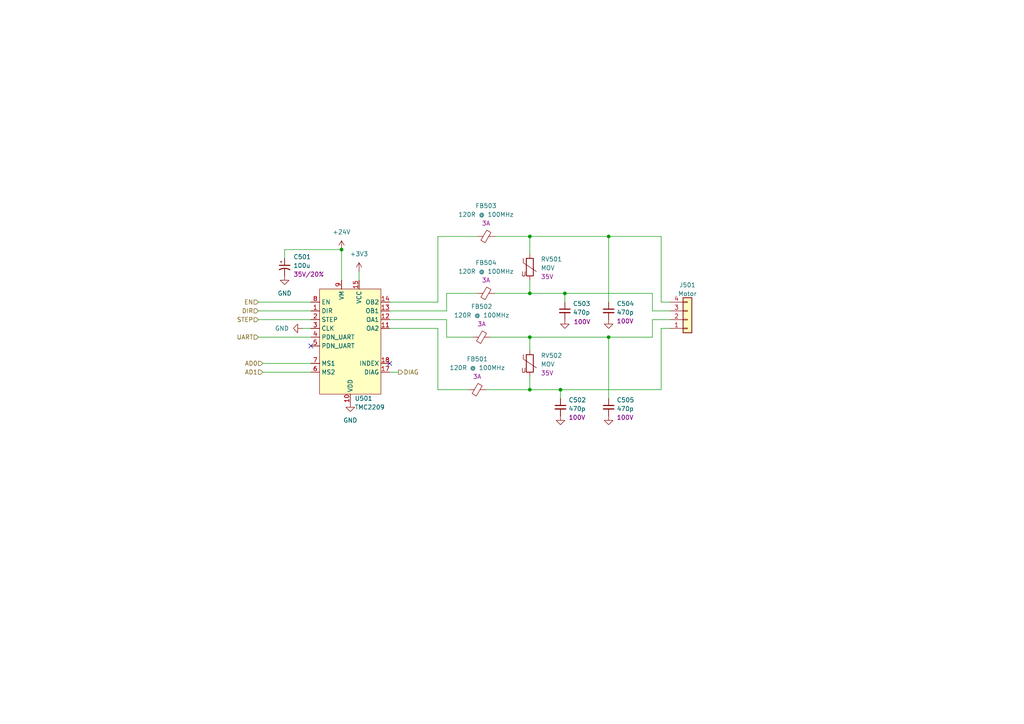
<source format=kicad_sch>
(kicad_sch (version 20231120) (generator "eeschema") (generator_version "8.0")
  (paper "A4")
  (title_block (date "2023-10-08") (rev "v1"))
  (lib_symbols
    (symbol "Connector_Generic:Conn_01x04" (pin_names (offset 1.016) hide)
      (property "Reference" "J" (at 0 5.08 0))
      (property "Value" "Conn_01x04" (at 0 -7.62 0))
      (symbol "Conn_01x04_1_1"
        (rectangle (start -1.27 -4.953) (end 0 -5.207) (stroke (width 0.1524)))
        (rectangle (start -1.27 -2.413) (end 0 -2.667) (stroke (width 0.1524)))
        (rectangle (start -1.27 0.127) (end 0 -0.127) (stroke (width 0.1524)))
        (rectangle (start -1.27 2.667) (end 0 2.413) (stroke (width 0.1524)))
        (rectangle (start -1.27 3.81) (end 1.27 -6.35) (stroke (width 0.254)) (fill (type background)))
        (pin passive line (at -5.08 2.54 0) (length 3.81) (name "Pin_1") (number "1"))
        (pin passive line (at -5.08 0 0) (length 3.81) (name "Pin_2") (number "2"))
        (pin passive line (at -5.08 -2.54 0) (length 3.81) (name "Pin_3") (number "3"))
        (pin passive line (at -5.08 -5.08 0) (length 3.81) (name "Pin_4") (number "4"))
      )
    )
    (symbol "Device:C_Polarized_Small_US" (pin_numbers hide) (pin_names (offset 0.254) hide)
      (property "Reference" "C" (at 0.254 1.778 0))
      (property "Value" "C_Polarized_Small_US" (at 0.254 -2.032 0))
      (symbol "C_Polarized_Small_US_0_1"
        (polyline (pts (xy -1.524 0.508) (xy 1.524 0.508)) (stroke (width 0.3048)))
        (polyline (pts (xy -1.27 1.524) (xy -0.762 1.524)))
        (polyline (pts (xy -1.016 1.27) (xy -1.016 1.778)))
        (arc (start 1.524 -0.762) (mid 0 -0.3734) (end -1.524 -0.762) (stroke (width 0.3048)))
      )
      (symbol "C_Polarized_Small_US_1_1"
        (pin passive line (at 0 2.54 270) (length 2.032) (name "~") (number "1"))
        (pin passive line (at 0 -2.54 90) (length 2.032) (name "~") (number "2"))
      )
    )
    (symbol "Device:C_Small" (pin_numbers hide) (pin_names (offset 0.254) hide)
      (property "Reference" "C" (at 0.254 1.778 0))
      (property "Value" "C_Small" (at 0.254 -2.032 0))
      (symbol "C_Small_0_1"
        (polyline (pts (xy -1.524 -0.508) (xy 1.524 -0.508)) (stroke (width 0.3302)))
        (polyline (pts (xy -1.524 0.508) (xy 1.524 0.508)) (stroke (width 0.3048)))
      )
      (symbol "C_Small_1_1"
        (pin passive line (at 0 2.54 270) (length 2.032) (name "~") (number "1"))
        (pin passive line (at 0 -2.54 90) (length 2.032) (name "~") (number "2"))
      )
    )
    (symbol "Device:FerriteBead_Small" (pin_numbers hide) (pin_names (offset 0))
      (property "Reference" "FB" (at 1.905 1.27 0))
      (property "Value" "FerriteBead_Small" (at 1.905 -1.27 0))
      (symbol "FerriteBead_Small_0_1"
        (polyline (pts (xy 0 -1.27) (xy 0 -0.7874)))
        (polyline (pts (xy 0 0.889) (xy 0 1.2954)))
        (polyline (pts (xy -1.8288 0.2794) (xy -1.1176 1.4986) (xy 1.8288 -0.2032) (xy 1.1176 -1.4224) (xy -1.8288 0.2794)))
      )
      (symbol "FerriteBead_Small_1_1"
        (pin passive line (at 0 2.54 270) (length 1.27) (name "~") (number "1"))
        (pin passive line (at 0 -2.54 90) (length 1.27) (name "~") (number "2"))
      )
    )
    (symbol "Device:Varistor" (pin_numbers hide) (pin_names (offset 0))
      (property "Reference" "RV" (at 3.175 0 90))
      (property "Value" "Varistor" (at -3.175 0 90))
      (symbol "Varistor_0_0"
        (text "U" (at -1.778 -2.032 0) (effects (font (size 1.27 1.27))))
      )
      (symbol "Varistor_0_1"
        (rectangle (start -1.016 -2.54) (end 1.016 2.54) (stroke (width 0.254)))
        (polyline (pts (xy -1.905 2.54) (xy -1.905 1.27) (xy 1.905 -1.27)))
      )
      (symbol "Varistor_1_1"
        (pin passive line (at 0 3.81 270) (length 1.27) (name "~") (number "1"))
        (pin passive line (at 0 -3.81 90) (length 1.27) (name "~") (number "2"))
      )
    )
    (symbol "Droid:TMC2209_Breakout"
      (property "Reference" "U" (at 1.27 -16.51 0))
      (property "Value" "TMC2209" (at 1.27 -19.05 0))
      (symbol "TMC2209_Breakout_1_1"
        (rectangle (start -8.89 15.24) (end 8.89 -15.24) (fill (type background)))
        (pin input line (at -11.43 8.89 0) (length 2.54) (name "DIR") (number "1"))
        (pin power_in line (at 0 -17.78 90) (length 2.54) (name "VDD") (number "10"))
        (pin output line (at 11.43 3.81 180) (length 2.54) (name "OA2") (number "11"))
        (pin output line (at 11.43 6.35 180) (length 2.54) (name "OA1") (number "12"))
        (pin output line (at 11.43 8.89 180) (length 2.54) (name "OB1") (number "13"))
        (pin output line (at 11.43 11.43 180) (length 2.54) (name "OB2") (number "14"))
        (pin power_in line (at 2.54 17.78 270) (length 2.54) (name "VCC") (number "15"))
        (pin power_in line (at 0 -17.78 90) (length 2.54) hide (name "VDD") (number "16"))
        (pin output line (at 11.43 -8.89 180) (length 2.54) (name "DIAG") (number "17"))
        (pin output line (at 11.43 -6.35 180) (length 2.54) (name "INDEX") (number "18"))
        (pin input line (at -11.43 6.35 0) (length 2.54) (name "STEP") (number "2"))
        (pin input line (at -11.43 3.81 0) (length 2.54) (name "CLK") (number "3"))
        (pin bidirectional line (at -11.43 1.27 0) (length 2.54) (name "PDN_UART") (number "4"))
        (pin bidirectional line (at -11.43 -1.27 0) (length 2.54) (name "PDN_UART") (number "5"))
        (pin input line (at -11.43 -8.89 0) (length 2.54) (name "MS2") (number "6"))
        (pin input line (at -11.43 -6.35 0) (length 2.54) (name "MS1") (number "7"))
        (pin input line (at -11.43 11.43 0) (length 2.54) (name "EN") (number "8"))
        (pin power_in line (at -2.54 17.78 270) (length 2.54) (name "VM") (number "9"))
      )
    )
    (symbol "power:+24V" (power) (pin_names (offset 0))
      (property "Value" "+24V" (at 0 3.556 0))
      (symbol "+24V_0_1"
        (polyline (pts (xy -0.762 1.27) (xy 0 2.54)))
        (polyline (pts (xy 0 0) (xy 0 2.54)))
        (polyline (pts (xy 0 2.54) (xy 0.762 1.27)))
      )
      (symbol "+24V_1_1"
        (pin power_in line (at 0 0 90) (length 0) hide (name "+24V") (number "1"))
      )
    )
    (symbol "power:+3V3" (power) (pin_names (offset 0))
      (property "Value" "+3V3" (at 0 3.556 0))
      (symbol "+3V3_0_1"
        (polyline (pts (xy -0.762 1.27) (xy 0 2.54)))
        (polyline (pts (xy 0 0) (xy 0 2.54)))
        (polyline (pts (xy 0 2.54) (xy 0.762 1.27)))
      )
      (symbol "+3V3_1_1"
        (pin power_in line (at 0 0 90) (length 0) hide (name "+3V3") (number "1"))
      )
    )
    (symbol "power:GND" (power) (pin_names (offset 0))
      (property "Value" "GND" (at 0 -3.81 0))
      (symbol "GND_0_1"
        (polyline (pts (xy 0 0) (xy 0 -1.27) (xy 1.27 -1.27) (xy 0 -2.54) (xy -1.27 -1.27) (xy 0 -1.27)))
      )
      (symbol "GND_1_1"
        (pin power_in line (at 0 0 270) (length 0) hide (name "GND") (number "1"))
      )
    )
  )
  (junction (at 153.67 97.79))
  (junction (at 176.53 68.58))
  (junction (at 153.67 68.58))
  (junction (at 163.83 85.09))
  (junction (at 153.67 113.03))
  (junction (at 176.53 97.79))
  (junction (at 153.67 85.09))
  (junction (at 99.06 72.39))
  (junction (at 162.56 113.03))
  (no_connect (at 90.17 100.33))
  (no_connect (at 113.03 105.41))
  (wire (pts (xy 82.55 74.93) (xy 82.55 72.39)))
  (wire (pts (xy 153.67 97.79) (xy 176.53 97.79)))
  (wire (pts (xy 143.51 85.09) (xy 153.67 85.09)))
  (wire (pts (xy 74.93 97.79) (xy 90.17 97.79)))
  (wire (pts (xy 153.67 97.79) (xy 153.67 101.6)))
  (wire (pts (xy 87.63 95.25) (xy 90.17 95.25)))
  (wire (pts (xy 127 113.03) (xy 135.89 113.03)))
  (wire (pts (xy 82.55 72.39) (xy 99.06 72.39)))
  (wire (pts (xy 191.77 95.25) (xy 191.77 113.03)))
  (wire (pts (xy 76.2 107.95) (xy 90.17 107.95)))
  (wire (pts (xy 153.67 109.22) (xy 153.67 113.03)))
  (wire (pts (xy 189.23 85.09) (xy 189.23 90.17)))
  (wire (pts (xy 189.23 90.17) (xy 194.31 90.17)))
  (wire (pts (xy 163.83 85.09) (xy 189.23 85.09)))
  (wire (pts (xy 127 87.63) (xy 127 68.58)))
  (wire (pts (xy 191.77 113.03) (xy 162.56 113.03)))
  (wire (pts (xy 189.23 92.71) (xy 194.31 92.71)))
  (wire (pts (xy 140.97 113.03) (xy 153.67 113.03)))
  (wire (pts (xy 113.03 90.17) (xy 129.54 90.17)))
  (wire (pts (xy 138.43 85.09) (xy 129.54 85.09)))
  (wire (pts (xy 153.67 113.03) (xy 162.56 113.03)))
  (wire (pts (xy 129.54 90.17) (xy 129.54 85.09)))
  (wire (pts (xy 104.14 78.74) (xy 104.14 81.28)))
  (wire (pts (xy 99.06 72.39) (xy 99.06 81.28)))
  (wire (pts (xy 176.53 68.58) (xy 191.77 68.58)))
  (wire (pts (xy 143.51 68.58) (xy 153.67 68.58)))
  (wire (pts (xy 137.16 97.79) (xy 129.54 97.79)))
  (wire (pts (xy 153.67 85.09) (xy 163.83 85.09)))
  (wire (pts (xy 176.53 97.79) (xy 176.53 115.57)))
  (wire (pts (xy 153.67 68.58) (xy 153.67 73.66)))
  (wire (pts (xy 113.03 107.95) (xy 115.57 107.95)))
  (wire (pts (xy 74.93 87.63) (xy 90.17 87.63)))
  (wire (pts (xy 74.93 92.71) (xy 90.17 92.71)))
  (wire (pts (xy 176.53 68.58) (xy 176.53 87.63)))
  (wire (pts (xy 194.31 87.63) (xy 191.77 87.63)))
  (wire (pts (xy 163.83 85.09) (xy 163.83 87.63)))
  (wire (pts (xy 127 95.25) (xy 127 113.03)))
  (wire (pts (xy 189.23 97.79) (xy 189.23 92.71)))
  (wire (pts (xy 129.54 92.71) (xy 129.54 97.79)))
  (wire (pts (xy 74.93 90.17) (xy 90.17 90.17)))
  (wire (pts (xy 113.03 92.71) (xy 129.54 92.71)))
  (wire (pts (xy 76.2 105.41) (xy 90.17 105.41)))
  (wire (pts (xy 113.03 95.25) (xy 127 95.25)))
  (wire (pts (xy 191.77 87.63) (xy 191.77 68.58)))
  (wire (pts (xy 162.56 113.03) (xy 162.56 115.57)))
  (wire (pts (xy 153.67 81.28) (xy 153.67 85.09)))
  (wire (pts (xy 113.03 87.63) (xy 127 87.63)))
  (wire (pts (xy 153.67 68.58) (xy 176.53 68.58)))
  (wire (pts (xy 127 68.58) (xy 138.43 68.58)))
  (wire (pts (xy 142.24 97.79) (xy 153.67 97.79)))
  (wire (pts (xy 194.31 95.25) (xy 191.77 95.25)))
  (wire (pts (xy 176.53 97.79) (xy 189.23 97.79)))
  (hierarchical_label "STEP" (shape input) (at 74.93 92.71 180))
  (hierarchical_label "DIR" (shape input) (at 74.93 90.17 180))
  (hierarchical_label "UART" (shape input) (at 74.93 97.79 180))
  (hierarchical_label "DIAG" (shape output) (at 115.57 107.95 0))
  (hierarchical_label "EN" (shape input) (at 74.93 87.63 180))
  (hierarchical_label "AD0" (shape input) (at 76.2 105.41 180))
  (hierarchical_label "AD1" (shape input) (at 76.2 107.95 180))
  (symbol (lib_id "power:+24V") (at 99.06 72.39 0) (unit 1)
    (property "Reference" "#PWR0502" (effects (hide yes)))
    (property "Value" "+24V" (at 99.06 67.31 0))
    (instances (project "placertron" (path "" (reference "#PWR0502") (unit 1)) (path "" (reference "#PWR0702") (unit 1)) (path "" (reference "#PWR0602") (unit 1))) (project "movertron" (path "" (reference "#PWR01704") (unit 1)) (path "" (reference "#PWR01604") (unit 1)) (path "" (reference "#PWR01504") (unit 1))))
  )
  (symbol (lib_id "power:GND") (at 101.6 116.84 0) (unit 1)
    (property "Reference" "#PWR0503" (effects (hide yes)))
    (property "Value" "GND" (at 101.6 121.92 0))
    (instances (project "placertron" (path "" (reference "#PWR0503") (unit 1)) (path "" (reference "#PWR0703") (unit 1)) (path "" (reference "#PWR0603") (unit 1))) (project "movertron" (path "" (reference "#PWR01706") (unit 1)) (path "" (reference "#PWR01606") (unit 1)) (path "" (reference "#PWR01506") (unit 1))))
  )
  (symbol (lib_id "Device:C_Small") (at 176.53 90.17 0) (unit 1)
    (property "Reference" "C504" (at 178.8541 88.0732 0) (effects (justify left)))
    (property "Value" "470p" (at 178.8541 90.6101 0) (effects (justify left)))
    (property "Footprint" "Droid:C_0603_HandSolder" (effects (hide yes)))
    (property "Rating" "100V" (at 178.8541 93.147 0) (effects (justify left)))
    (property "mpn" "885342006005" (effects (hide yes)))
    (instances (project "placertron" (path "" (reference "C504") (unit 1)) (path "" (reference "C704") (unit 1)) (path "" (reference "C604") (unit 1))) (project "movertron" (path "" (reference "C1704") (unit 1)) (path "" (reference "C1604") (unit 1)) (path "" (reference "C1504") (unit 1))) (project "starfish" (path "" (reference "C1509") (unit 1)) (path "" (reference "C1609") (unit 1)) (path "" (reference "C1409") (unit 1))))
  )
  (symbol (lib_id "power:GND") (at 82.55 80.01 0) (unit 1)
    (property "Reference" "#PWR0501" (effects (hide yes)))
    (property "Value" "GND" (at 82.55 85.09 0))
    (instances (project "placertron" (path "" (reference "#PWR0501") (unit 1)) (path "" (reference "#PWR0701") (unit 1)) (path "" (reference "#PWR0601") (unit 1))) (project "movertron" (path "" (reference "#PWR01713") (unit 1)) (path "" (reference "#PWR01613") (unit 1)) (path "" (reference "#PWR01513") (unit 1))))
  )
  (symbol (lib_id "Device:FerriteBead_Small") (at 139.7 97.79 90) (unit 1)
    (property "Reference" "FB502" (at 139.7 88.9 90))
    (property "Value" "120R @ 100MHz" (at 139.7 91.44 90))
    (property "Footprint" "Droid:L_0603_HandSolder" (effects (hide yes)))
    (property "Datasheet" "https://www.murata.com/products/productdata/8796738650142/ENFA0003.pdf" (effects (hide yes)))
    (property "Rating" "3A" (at 139.7 93.98 90))
    (property "mpn" "BLM18KG121TN1D" (effects (hide yes)))
    (instances (project "placertron" (path "" (reference "FB502") (unit 1)) (path "" (reference "FB702") (unit 1)) (path "" (reference "FB602") (unit 1))) (project "movertron" (path "" (reference "FB1702") (unit 1)) (path "" (reference "FB1602") (unit 1)) (path "" (reference "FB1502") (unit 1))) (project "starfish" (path "" (reference "FB1503") (unit 1)) (path "" (reference "FB1603") (unit 1)) (path "" (reference "FB1403") (unit 1))))
  )
  (symbol (lib_id "power:GND") (at 163.83 92.71 0) (unit 1)
    (property "Reference" "#PWR0506" (effects (hide yes)))
    (property "Value" "GND" (effects (hide yes)))
    (instances (project "placertron" (path "" (reference "#PWR0506") (unit 1)) (path "" (reference "#PWR0706") (unit 1)) (path "" (reference "#PWR0606") (unit 1))) (project "movertron" (path "" (reference "#PWR01710") (unit 1)) (path "" (reference "#PWR01610") (unit 1)) (path "" (reference "#PWR01510") (unit 1))) (project "starfish" (path "" (reference "#PWR01506") (unit 1)) (path "" (reference "#PWR01606") (unit 1)) (path "" (reference "#PWR01406") (unit 1))))
  )
  (symbol (lib_id "Device:Varistor") (at 153.67 77.47 0) (unit 1)
    (property "Reference" "RV501" (at 156.845 75.1831 0) (effects (justify left)))
    (property "Value" "MOV" (at 156.845 77.7231 0) (effects (justify left)))
    (property "Footprint" "Droid:R_0603_HandSolder" (effects (hide yes)))
    (property "mpn" "B72500D0300H060" (effects (hide yes)))
    (property "Rating" "35V" (at 156.845 80.2631 0) (effects (justify left)))
    (property "Sim.Name" "kicad_builtin_varistor" (effects (hide yes)))
    (property "Sim.Device" "SUBCKT" (effects (hide yes)))
    (property "Sim.Pins" "1=A 2=B" (effects (hide yes)))
    (property "Sim.Params" "threshold=1k" (effects (hide yes)))
    (property "Sim.Library" "${KICAD7_SYMBOL_DIR}/Simulation_SPICE.sp" (effects (hide yes)))
    (instances (project "placertron" (path "" (reference "RV501") (unit 1)) (path "" (reference "RV701") (unit 1)) (path "" (reference "RV601") (unit 1))) (project "movertron" (path "" (reference "RV1701") (unit 1)) (path "" (reference "RV1601") (unit 1)) (path "" (reference "RV1501") (unit 1))) (project "starfish" (path "" (reference "RV1501") (unit 1)) (path "" (reference "RV1601") (unit 1)) (path "" (reference "RV1401") (unit 1))))
  )
  (symbol (lib_id "Device:C_Small") (at 176.53 118.11 0) (unit 1)
    (property "Reference" "C505" (at 178.8541 116.0132 0) (effects (justify left)))
    (property "Value" "470p" (at 178.8541 118.5501 0) (effects (justify left)))
    (property "Footprint" "Droid:C_0603_HandSolder" (effects (hide yes)))
    (property "Rating" "100V" (at 178.8541 121.087 0) (effects (justify left)))
    (property "mpn" "885342006005" (effects (hide yes)))
    (instances (project "placertron" (path "" (reference "C505") (unit 1)) (path "" (reference "C705") (unit 1)) (path "" (reference "C605") (unit 1))) (project "movertron" (path "" (reference "C1705") (unit 1)) (path "" (reference "C1605") (unit 1)) (path "" (reference "C1505") (unit 1))) (project "starfish" (path "" (reference "C1510") (unit 1)) (path "" (reference "C1610") (unit 1)) (path "" (reference "C1410") (unit 1))))
  )
  (symbol (lib_id "Device:C_Small") (at 162.56 118.11 0) (unit 1)
    (property "Reference" "C502" (at 164.8841 116.0132 0) (effects (justify left)))
    (property "Value" "470p" (at 164.8841 118.5501 0) (effects (justify left)))
    (property "Footprint" "Droid:C_0603_HandSolder" (effects (hide yes)))
    (property "Rating" "100V" (at 164.8841 121.087 0) (effects (justify left)))
    (property "mpn" "885342006005" (effects (hide yes)))
    (instances (project "placertron" (path "" (reference "C502") (unit 1)) (path "" (reference "C702") (unit 1)) (path "" (reference "C602") (unit 1))) (project "movertron" (path "" (reference "C1702") (unit 1)) (path "" (reference "C1602") (unit 1)) (path "" (reference "C1502") (unit 1))) (project "starfish" (path "" (reference "C1508") (unit 1)) (path "" (reference "C1608") (unit 1)) (path "" (reference "C1408") (unit 1))))
  )
  (symbol (lib_id "Connector_Generic:Conn_01x04") (at 199.39 92.71 0) (mirror x) (unit 1)
    (property "Reference" "J501" (at 199.39 82.6602 0))
    (property "Value" "Motor" (at 199.39 85.1971 0))
    (property "Footprint" "Droid:JST_XH_B4B-XH-AM_1x04_P2.50mm_Vertical" (effects (hide yes)))
    (property "mpn" "B4B-XH-AM" (effects (hide yes)))
    (instances (project "placertron" (path "" (reference "J501") (unit 1)) (path "" (reference "J701") (unit 1)) (path "" (reference "J601") (unit 1))) (project "movertron" (path "" (reference "J1703") (unit 1)) (path "" (reference "J1603") (unit 1)) (path "" (reference "J1503") (unit 1))) (project "starfish" (path "" (reference "J1501") (unit 1)) (path "" (reference "J1601") (unit 1)) (path "" (reference "J1401") (unit 1))))
  )
  (symbol (lib_id "Device:FerriteBead_Small") (at 140.97 68.58 90) (unit 1)
    (property "Reference" "FB503" (at 140.97 59.69 90))
    (property "Value" "120R @ 100MHz" (at 140.97 62.23 90))
    (property "Footprint" "Droid:L_0603_HandSolder" (effects (hide yes)))
    (property "Datasheet" "https://www.murata.com/products/productdata/8796738650142/ENFA0003.pdf" (effects (hide yes)))
    (property "Rating" "3A" (at 140.97 64.77 90))
    (property "mpn" "BLM18KG121TN1D" (effects (hide yes)))
    (instances (project "placertron" (path "" (reference "FB503") (unit 1)) (path "" (reference "FB703") (unit 1)) (path "" (reference "FB603") (unit 1))) (project "movertron" (path "" (reference "FB1703") (unit 1)) (path "" (reference "FB1603") (unit 1)) (path "" (reference "FB1503") (unit 1))) (project "starfish" (path "" (reference "FB1501") (unit 1)) (path "" (reference "FB1601") (unit 1)) (path "" (reference "FB1401") (unit 1))))
  )
  (symbol (lib_id "Device:Varistor") (at 153.67 105.41 0) (unit 1)
    (property "Reference" "RV502" (at 156.845 103.1231 0) (effects (justify left)))
    (property "Value" "MOV" (at 156.845 105.6631 0) (effects (justify left)))
    (property "Footprint" "Droid:R_0603_HandSolder" (effects (hide yes)))
    (property "mpn" "B72500D0300H060" (effects (hide yes)))
    (property "Rating" "35V" (at 156.845 108.2031 0) (effects (justify left)))
    (property "Sim.Name" "kicad_builtin_varistor" (effects (hide yes)))
    (property "Sim.Device" "SUBCKT" (effects (hide yes)))
    (property "Sim.Pins" "1=A 2=B" (effects (hide yes)))
    (property "Sim.Params" "threshold=1k" (effects (hide yes)))
    (property "Sim.Library" "${KICAD7_SYMBOL_DIR}/Simulation_SPICE.sp" (effects (hide yes)))
    (instances (project "placertron" (path "" (reference "RV502") (unit 1)) (path "" (reference "RV702") (unit 1)) (path "" (reference "RV602") (unit 1))) (project "movertron" (path "" (reference "RV1702") (unit 1)) (path "" (reference "RV1602") (unit 1)) (path "" (reference "RV1502") (unit 1))) (project "starfish" (path "" (reference "RV1502") (unit 1)) (path "" (reference "RV1602") (unit 1)) (path "" (reference "RV1402") (unit 1))))
  )
  (symbol (lib_id "power:GND") (at 162.56 120.65 0) (unit 1)
    (property "Reference" "#PWR0505" (effects (hide yes)))
    (property "Value" "GND" (effects (hide yes)))
    (instances (project "placertron" (path "" (reference "#PWR0505") (unit 1)) (path "" (reference "#PWR0705") (unit 1)) (path "" (reference "#PWR0605") (unit 1))) (project "movertron" (path "" (reference "#PWR01709") (unit 1)) (path "" (reference "#PWR01609") (unit 1)) (path "" (reference "#PWR01509") (unit 1))) (project "starfish" (path "" (reference "#PWR01507") (unit 1)) (path "" (reference "#PWR01607") (unit 1)) (path "" (reference "#PWR01407") (unit 1))))
  )
  (symbol (lib_id "power:GND") (at 176.53 120.65 0) (unit 1)
    (property "Reference" "#PWR0508" (effects (hide yes)))
    (property "Value" "GND" (effects (hide yes)))
    (instances (project "placertron" (path "" (reference "#PWR0508") (unit 1)) (path "" (reference "#PWR0708") (unit 1)) (path "" (reference "#PWR0608") (unit 1))) (project "movertron" (path "" (reference "#PWR01712") (unit 1)) (path "" (reference "#PWR01612") (unit 1)) (path "" (reference "#PWR01512") (unit 1))) (project "starfish" (path "" (reference "#PWR01509") (unit 1)) (path "" (reference "#PWR01609") (unit 1)) (path "" (reference "#PWR01409") (unit 1))))
  )
  (symbol (lib_id "Device:C_Small") (at 163.83 90.17 0) (unit 1)
    (property "Reference" "C503" (at 166.1541 88.0732 0) (effects (justify left)))
    (property "Value" "470p" (at 166.1541 90.6101 0) (effects (justify left)))
    (property "Footprint" "Droid:C_0603_HandSolder" (effects (hide yes)))
    (property "Rating" "100V" (at 166.37 93.345 0) (effects (justify left)))
    (property "mpn" "885342006005" (effects (hide yes)))
    (instances (project "placertron" (path "" (reference "C503") (unit 1)) (path "" (reference "C703") (unit 1)) (path "" (reference "C603") (unit 1))) (project "movertron" (path "" (reference "C1703") (unit 1)) (path "" (reference "C1603") (unit 1)) (path "" (reference "C1503") (unit 1))) (project "starfish" (path "" (reference "C1507") (unit 1)) (path "" (reference "C1607") (unit 1)) (path "" (reference "C1407") (unit 1))))
  )
  (symbol (lib_id "Device:FerriteBead_Small") (at 140.97 85.09 90) (unit 1)
    (property "Reference" "FB504" (at 140.97 76.2 90))
    (property "Value" "120R @ 100MHz" (at 140.97 78.74 90))
    (property "Footprint" "Droid:L_0603_HandSolder" (effects (hide yes)))
    (property "Datasheet" "https://www.murata.com/products/productdata/8796738650142/ENFA0003.pdf" (effects (hide yes)))
    (property "Rating" "3A" (at 140.97 81.28 90))
    (property "mpn" "BLM18KG121TN1D" (effects (hide yes)))
    (instances (project "placertron" (path "" (reference "FB504") (unit 1)) (path "" (reference "FB704") (unit 1)) (path "" (reference "FB604") (unit 1))) (project "movertron" (path "" (reference "FB1704") (unit 1)) (path "" (reference "FB1604") (unit 1)) (path "" (reference "FB1504") (unit 1))) (project "starfish" (path "" (reference "FB1502") (unit 1)) (path "" (reference "FB1602") (unit 1)) (path "" (reference "FB1402") (unit 1))))
  )
  (symbol (lib_id "power:GND") (at 87.63 95.25 270) (unit 1)
    (property "Reference" "#PWR0509" (effects (hide yes)))
    (property "Value" "GND" (at 83.82 95.2499 90) (effects (justify right)))
    (instances (project "placertron" (path "" (reference "#PWR0509") (unit 1)) (path "" (reference "#PWR0709") (unit 1)) (path "" (reference "#PWR0609") (unit 1))))
  )
  (symbol (lib_id "power:+3V3") (at 104.14 78.74 0) (unit 1)
    (property "Reference" "#PWR0504" (effects (hide yes)))
    (property "Value" "+3V3" (at 104.14 73.66 0))
    (instances (project "placertron" (path "" (reference "#PWR0504") (unit 1)) (path "" (reference "#PWR0704") (unit 1)) (path "" (reference "#PWR0604") (unit 1))) (project "movertron" (path "" (reference "#PWR01707") (unit 1)) (path "" (reference "#PWR01607") (unit 1)) (path "" (reference "#PWR01507") (unit 1))))
  )
  (symbol (lib_id "Device:FerriteBead_Small") (at 138.43 113.03 90) (unit 1)
    (property "Reference" "FB501" (at 138.43 104.14 90))
    (property "Value" "120R @ 100MHz" (at 138.43 106.68 90))
    (property "Footprint" "Droid:L_0603_HandSolder" (effects (hide yes)))
    (property "Datasheet" "https://www.murata.com/products/productdata/8796738650142/ENFA0003.pdf" (effects (hide yes)))
    (property "Rating" "3A" (at 138.3919 109.22 90))
    (property "mpn" "BLM18KG121TN1D" (effects (hide yes)))
    (instances (project "placertron" (path "" (reference "FB501") (unit 1)) (path "" (reference "FB701") (unit 1)) (path "" (reference "FB601") (unit 1))) (project "movertron" (path "" (reference "FB1701") (unit 1)) (path "" (reference "FB1601") (unit 1)) (path "" (reference "FB1501") (unit 1))) (project "starfish" (path "" (reference "FB1504") (unit 1)) (path "" (reference "FB1604") (unit 1)) (path "" (reference "FB1404") (unit 1))))
  )
  (symbol (lib_id "Device:C_Polarized_Small_US") (at 82.55 77.47 0) (unit 1)
    (property "Reference" "C501" (at 85.09 74.4982 0) (effects (justify left)))
    (property "Value" "100u" (at 85.09 77.0382 0) (effects (justify left)))
    (property "Footprint" "Capacitor_SMD:CP_Elec_6.3x7.7" (effects (hide yes)))
    (property "Rating" "35V/20%" (at 85.09 79.5782 0) (effects (justify left)))
    (property "mpn" "EMZR500ARA101MF80G" (effects (hide yes)))
    (instances (project "placertron" (path "" (reference "C501") (unit 1)) (path "" (reference "C701") (unit 1)) (path "" (reference "C601") (unit 1))) (project "movertron" (path "" (reference "C1706") (unit 1)) (path "" (reference "C1606") (unit 1)) (path "" (reference "C1506") (unit 1))) (project "starfish" (path "" (reference "C1511") (unit 1)) (path "" (reference "C1611") (unit 1)) (path "" (reference "C1411") (unit 1))))
  )
  (symbol (lib_id "power:GND") (at 176.53 92.71 0) (unit 1)
    (property "Reference" "#PWR0507" (effects (hide yes)))
    (property "Value" "GND" (effects (hide yes)))
    (instances (project "placertron" (path "" (reference "#PWR0507") (unit 1)) (path "" (reference "#PWR0707") (unit 1)) (path "" (reference "#PWR0607") (unit 1))) (project "movertron" (path "" (reference "#PWR01711") (unit 1)) (path "" (reference "#PWR01611") (unit 1)) (path "" (reference "#PWR01511") (unit 1))) (project "starfish" (path "" (reference "#PWR01508") (unit 1)) (path "" (reference "#PWR01608") (unit 1)) (path "" (reference "#PWR01408") (unit 1))))
  )
  (symbol (lib_id "Droid:TMC2209_Breakout") (at 101.6 99.06 0) (unit 1)
    (property "Reference" "U501" (at 102.87 115.57 0) (effects (justify left)))
    (property "Value" "TMC2209" (at 102.87 118.11 0) (effects (justify left)))
    (property "Footprint" "Droid:TMC2209_Breakout_18_15.2x20.3mm" (effects (hide yes)))
    (property "Datasheet" "https://github.com/watterott/SilentStepStick/blob/master/hardware/SilentStepStick-TMC2209_v20.pdf" (effects (hide yes)))
    (property "mpn" "TMC2209SILENTSTEPSTICK" (effects (hide yes)))
    (instances (project "placertron" (path "" (reference "U501") (unit 1)) (path "" (reference "U701") (unit 1)) (path "" (reference "U601") (unit 1))) (project "movertron" (path "" (reference "U1702") (unit 1)) (path "" (reference "U1602") (unit 1)) (path "" (reference "U1502") (unit 1))))
  )
)
</source>
